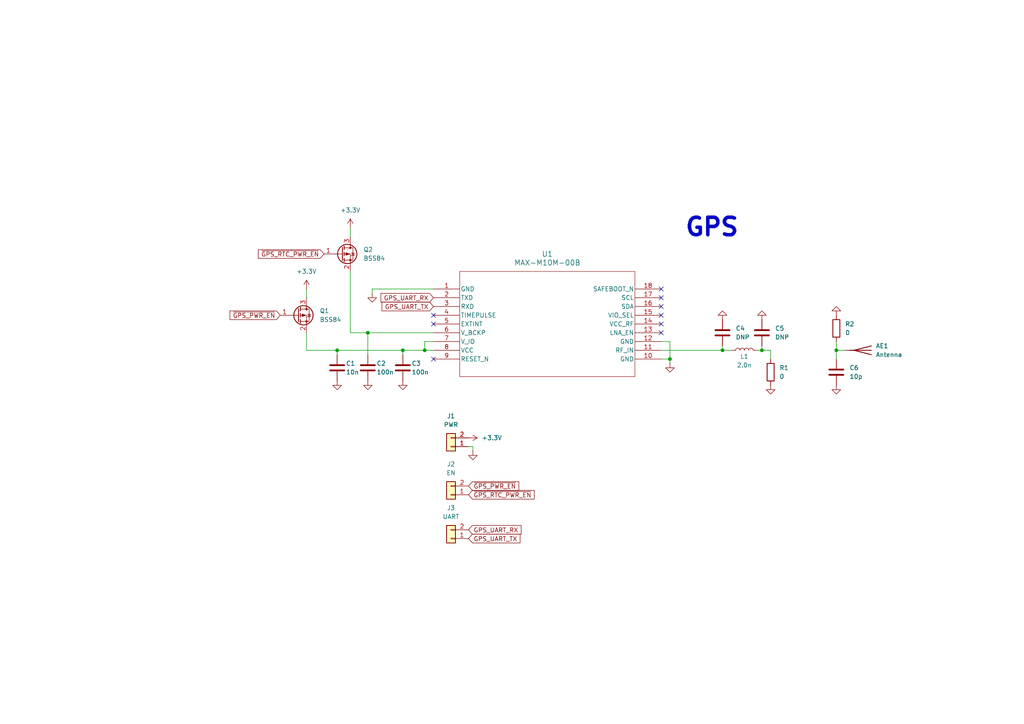
<source format=kicad_sch>
(kicad_sch (version 20231120) (generator "eeschema") (generator_version "8.0")
  (paper "A4")
  (lib_symbols
    (symbol "Connector_Generic:Conn_01x02" (pin_names (offset 1.016) hide)
      (property "Reference" "J" (at 0 2.54 0))
      (property "Value" "Conn_01x02" (at 0 -5.08 0))
      (symbol "Conn_01x02_1_1"
        (rectangle (start -1.27 -2.413) (end 0 -2.667) (stroke (width 0.1524)))
        (rectangle (start -1.27 0.127) (end 0 -0.127) (stroke (width 0.1524)))
        (rectangle (start -1.27 1.27) (end 1.27 -3.81) (stroke (width 0.254)) (fill (type background)))
        (pin passive line (at -5.08 0 0) (length 3.81) (name "Pin_1") (number "1"))
        (pin passive line (at -5.08 -2.54 0) (length 3.81) (name "Pin_2") (number "2"))
      )
    )
    (symbol "Device:Antenna" (pin_numbers hide) (pin_names (offset 1.016) hide)
      (property "Reference" "AE" (at -1.905 1.905 0))
      (property "Value" "Antenna" (at -1.905 0 0))
      (symbol "Antenna_0_1"
        (polyline (pts (xy 0 2.54) (xy 0 -3.81)) (stroke (width 0.254)))
        (polyline (pts (xy 1.27 2.54) (xy 0 -2.54) (xy -1.27 2.54)) (stroke (width 0.254)))
      )
      (symbol "Antenna_1_1"
        (pin input line (at 0 -5.08 90) (length 2.54) (name "A") (number "1"))
      )
    )
    (symbol "Device:C" (pin_numbers hide) (pin_names (offset 0.254))
      (property "Reference" "C" (at 0.635 2.54 0))
      (property "Value" "C" (at 0.635 -2.54 0))
      (symbol "C_0_1"
        (polyline (pts (xy -2.032 -0.762) (xy 2.032 -0.762)) (stroke (width 0.508)))
        (polyline (pts (xy -2.032 0.762) (xy 2.032 0.762)) (stroke (width 0.508)))
      )
      (symbol "C_1_1"
        (pin passive line (at 0 3.81 270) (length 2.794) (name "~") (number "1"))
        (pin passive line (at 0 -3.81 90) (length 2.794) (name "~") (number "2"))
      )
    )
    (symbol "Device:L" (pin_numbers hide) (pin_names (offset 1.016) hide)
      (property "Reference" "L" (at -1.27 0 90))
      (property "Value" "L" (at 1.905 0 90))
      (symbol "L_0_1"
        (arc (start 0 -2.54) (mid 0.6323 -1.905) (end 0 -1.27))
        (arc (start 0 -1.27) (mid 0.6323 -0.635) (end 0 0))
        (arc (start 0 0) (mid 0.6323 0.635) (end 0 1.27))
        (arc (start 0 1.27) (mid 0.6323 1.905) (end 0 2.54))
      )
      (symbol "L_1_1"
        (pin passive line (at 0 3.81 270) (length 1.27) (name "1") (number "1"))
        (pin passive line (at 0 -3.81 90) (length 1.27) (name "2") (number "2"))
      )
    )
    (symbol "Device:R" (pin_numbers hide) (pin_names (offset 0))
      (property "Reference" "R" (at 2.032 0 90))
      (property "Value" "R" (at 0 0 90))
      (symbol "R_0_1"
        (rectangle (start -1.016 -2.54) (end 1.016 2.54) (stroke (width 0.254)))
      )
      (symbol "R_1_1"
        (pin passive line (at 0 3.81 270) (length 1.27) (name "~") (number "1"))
        (pin passive line (at 0 -3.81 90) (length 1.27) (name "~") (number "2"))
      )
    )
    (symbol "MAX-M10M:MAX-M10M-00B" (pin_names (offset 0.254))
      (property "Reference" "U" (at 33.02 10.16 0))
      (property "Value" "MAX-M10M-00B" (at 33.02 7.62 0))
      (symbol "MAX-M10M-00B_0_1"
        (polyline (pts (xy 7.62 -25.4) (xy 58.42 -25.4)) (stroke (width 0.127)))
        (polyline (pts (xy 7.62 5.08) (xy 7.62 -25.4)) (stroke (width 0.127)))
        (polyline (pts (xy 58.42 -25.4) (xy 58.42 5.08)) (stroke (width 0.127)))
        (polyline (pts (xy 58.42 5.08) (xy 7.62 5.08)) (stroke (width 0.127)))
        (pin power_out line (at 0 0 0) (length 7.62) (name "GND") (number "1"))
        (pin power_out line (at 66.04 -20.32 180) (length 7.62) (name "GND") (number "10"))
        (pin input line (at 66.04 -17.78 180) (length 7.62) (name "RF_IN") (number "11"))
        (pin power_out line (at 66.04 -15.24 180) (length 7.62) (name "GND") (number "12"))
        (pin output line (at 66.04 -12.7 180) (length 7.62) (name "LNA_EN") (number "13"))
        (pin output line (at 66.04 -10.16 180) (length 7.62) (name "VCC_RF") (number "14"))
        (pin input line (at 66.04 -7.62 180) (length 7.62) (name "VIO_SEL") (number "15"))
        (pin bidirectional line (at 66.04 -5.08 180) (length 7.62) (name "SDA") (number "16"))
        (pin input line (at 66.04 -2.54 180) (length 7.62) (name "SCL") (number "17"))
        (pin input line (at 66.04 0 180) (length 7.62) (name "SAFEBOOT_N") (number "18"))
        (pin output line (at 0 -2.54 0) (length 7.62) (name "TXD") (number "2"))
        (pin input line (at 0 -5.08 0) (length 7.62) (name "RXD") (number "3"))
        (pin output line (at 0 -7.62 0) (length 7.62) (name "TIMEPULSE") (number "4"))
        (pin input line (at 0 -10.16 0) (length 7.62) (name "EXTINT") (number "5"))
        (pin power_in line (at 0 -12.7 0) (length 7.62) (name "V_BCKP") (number "6"))
        (pin power_in line (at 0 -15.24 0) (length 7.62) (name "V_IO") (number "7"))
        (pin power_in line (at 0 -17.78 0) (length 7.62) (name "VCC") (number "8"))
        (pin input line (at 0 -20.32 0) (length 7.62) (name "RESET_N") (number "9"))
      )
    )
    (symbol "Transistor_FET:BSS84" (pin_names hide)
      (property "Reference" "Q" (at 5.08 1.905 0))
      (property "Value" "BSS84" (at 5.08 0 0))
      (symbol "BSS84_0_1"
        (polyline (pts (xy 0.254 0) (xy -2.54 0)))
        (polyline (pts (xy 0.254 1.905) (xy 0.254 -1.905)) (stroke (width 0.254)))
        (polyline (pts (xy 0.762 -1.27) (xy 0.762 -2.286)) (stroke (width 0.254)))
        (polyline (pts (xy 0.762 0.508) (xy 0.762 -0.508)) (stroke (width 0.254)))
        (polyline (pts (xy 0.762 2.286) (xy 0.762 1.27)) (stroke (width 0.254)))
        (polyline (pts (xy 2.54 2.54) (xy 2.54 1.778)))
        (polyline (pts (xy 2.54 -2.54) (xy 2.54 0) (xy 0.762 0)))
        (polyline (pts (xy 0.762 1.778) (xy 3.302 1.778) (xy 3.302 -1.778) (xy 0.762 -1.778)))
        (polyline (pts (xy 2.286 0) (xy 1.27 0.381) (xy 1.27 -0.381) (xy 2.286 0)) (fill (type outline)))
        (polyline (pts (xy 2.794 -0.508) (xy 2.921 -0.381) (xy 3.683 -0.381) (xy 3.81 -0.254)))
        (polyline (pts (xy 3.302 -0.381) (xy 2.921 0.254) (xy 3.683 0.254) (xy 3.302 -0.381)))
        (circle (center 1.651 0) (radius 2.794) (stroke (width 0.254)))
        (circle (center 2.54 -1.778) (radius 0.254) (fill (type outline)))
        (circle (center 2.54 1.778) (radius 0.254) (fill (type outline)))
      )
      (symbol "BSS84_1_1"
        (pin input line (at -5.08 0 0) (length 2.54) (name "G") (number "1"))
        (pin passive line (at 2.54 -5.08 90) (length 2.54) (name "S") (number "2"))
        (pin passive line (at 2.54 5.08 270) (length 2.54) (name "D") (number "3"))
      )
    )
    (symbol "power:+3.3V" (power) (pin_numbers hide) (pin_names (offset 0) hide)
      (property "Value" "+3.3V" (at 0 3.556 0))
      (symbol "+3.3V_0_1"
        (polyline (pts (xy -0.762 1.27) (xy 0 2.54)))
        (polyline (pts (xy 0 0) (xy 0 2.54)))
        (polyline (pts (xy 0 2.54) (xy 0.762 1.27)))
      )
      (symbol "+3.3V_1_1"
        (pin power_in line (at 0 0 90) (length 0) (name "~") (number "1"))
      )
    )
    (symbol "power:GND" (power) (pin_numbers hide) (pin_names (offset 0) hide)
      (property "Value" "GND" (at 0 -3.81 0))
      (symbol "GND_0_1"
        (polyline (pts (xy 0 0) (xy 0 -1.27) (xy 1.27 -1.27) (xy 0 -2.54) (xy -1.27 -1.27) (xy 0 -1.27)))
      )
      (symbol "GND_1_1"
        (pin power_in line (at 0 0 270) (length 0) (name "~") (number "1"))
      )
    )
  )
  (junction (at 123.19 101.6))
  (junction (at 194.31 104.14))
  (junction (at 97.79 101.6))
  (junction (at 209.55 101.6))
  (junction (at 106.68 96.52))
  (junction (at 116.84 101.6))
  (junction (at 242.57 101.6))
  (junction (at 220.98 101.6))
  (no_connect (at 191.77 96.52))
  (no_connect (at 191.77 93.98))
  (no_connect (at 125.73 91.44))
  (no_connect (at 125.73 93.98))
  (no_connect (at 191.77 91.44))
  (no_connect (at 125.73 104.14))
  (no_connect (at 191.77 88.9))
  (no_connect (at 191.77 86.36))
  (no_connect (at 191.77 83.82))
  (wire (pts (xy 88.9 83.82) (xy 88.9 86.36)))
  (wire (pts (xy 116.84 101.6) (xy 123.19 101.6)))
  (wire (pts (xy 88.9 101.6) (xy 88.9 96.52)))
  (wire (pts (xy 191.77 99.06) (xy 194.31 99.06)))
  (wire (pts (xy 223.52 104.14) (xy 223.52 101.6)))
  (wire (pts (xy 191.77 104.14) (xy 194.31 104.14)))
  (wire (pts (xy 106.68 96.52) (xy 106.68 102.87)))
  (wire (pts (xy 106.68 96.52) (xy 101.6 96.52)))
  (wire (pts (xy 97.79 101.6) (xy 116.84 101.6)))
  (wire (pts (xy 125.73 99.06) (xy 123.19 99.06)))
  (wire (pts (xy 242.57 101.6) (xy 245.11 101.6)))
  (wire (pts (xy 123.19 99.06) (xy 123.19 101.6)))
  (wire (pts (xy 123.19 101.6) (xy 125.73 101.6)))
  (wire (pts (xy 135.89 129.54) (xy 137.16 129.54)))
  (wire (pts (xy 220.98 101.6) (xy 219.71 101.6)))
  (wire (pts (xy 242.57 104.14) (xy 242.57 101.6)))
  (wire (pts (xy 116.84 101.6) (xy 116.84 102.87)))
  (wire (pts (xy 97.79 101.6) (xy 97.79 102.87)))
  (wire (pts (xy 101.6 66.04) (xy 101.6 68.58)))
  (wire (pts (xy 191.77 101.6) (xy 209.55 101.6)))
  (wire (pts (xy 223.52 101.6) (xy 220.98 101.6)))
  (wire (pts (xy 212.09 101.6) (xy 209.55 101.6)))
  (wire (pts (xy 107.95 83.82) (xy 107.95 85.09)))
  (wire (pts (xy 194.31 105.41) (xy 194.31 104.14)))
  (wire (pts (xy 88.9 101.6) (xy 97.79 101.6)))
  (wire (pts (xy 137.16 129.54) (xy 137.16 130.81)))
  (wire (pts (xy 220.98 100.33) (xy 220.98 101.6)))
  (wire (pts (xy 125.73 96.52) (xy 106.68 96.52)))
  (wire (pts (xy 194.31 99.06) (xy 194.31 104.14)))
  (wire (pts (xy 209.55 101.6) (xy 209.55 100.33)))
  (wire (pts (xy 101.6 96.52) (xy 101.6 78.74)))
  (wire (pts (xy 242.57 99.06) (xy 242.57 101.6)))
  (wire (pts (xy 125.73 83.82) (xy 107.95 83.82)))
  (text "GPS\n" (at 206.502 66.04 0) (effects (font (size 5.08 5.08) (bold yes))))
  (global_label "GPS_UART_TX" (shape input) (at 135.89 156.21 0) (property "Intersheetrefs" "${INTERSHEET_REFS}" (effects (hide yes))))
  (global_label "GPS_UART_RX" (shape input) (at 125.73 86.36 180) (property "Intersheetrefs" "${INTERSHEET_REFS}" (effects (hide yes))))
  (global_label "~{GPS_RTC_PWR_EN}" (shape input) (at 93.98 73.66 180) (property "Intersheetrefs" "${INTERSHEET_REFS}" (effects (hide yes))))
  (global_label "~{GPS_PWR_EN}" (shape input) (at 135.89 140.97 0) (property "Intersheetrefs" "${INTERSHEET_REFS}" (effects (hide yes))))
  (global_label "GPS_UART_TX" (shape input) (at 125.73 88.9 180) (property "Intersheetrefs" "${INTERSHEET_REFS}" (effects (hide yes))))
  (global_label "GPS_UART_RX" (shape input) (at 135.89 153.67 0) (property "Intersheetrefs" "${INTERSHEET_REFS}" (effects (hide yes))))
  (global_label "~{GPS_PWR_EN}" (shape input) (at 81.28 91.44 180) (property "Intersheetrefs" "${INTERSHEET_REFS}" (effects (hide yes))))
  (global_label "~{GPS_RTC_PWR_EN}" (shape input) (at 135.89 143.51 0) (property "Intersheetrefs" "${INTERSHEET_REFS}" (effects (hide yes))))
  (symbol (lib_id "power:GND") (at 107.95 85.09 0) (unit 1)
    (property "Reference" "#PWR05" (effects (hide yes)))
    (property "Value" "GND" (effects (hide yes)))
    (property "Description" "Power symbol creates a global label with name \"GND\" , ground" (effects (hide yes)))
  )
  (symbol (lib_id "power:GND") (at 223.52 111.76 0) (unit 1)
    (property "Reference" "#PWR010" (effects (hide yes)))
    (property "Value" "GND" (effects (hide yes)))
    (property "Description" "Power symbol creates a global label with name \"GND\" , ground" (effects (hide yes)))
  )
  (symbol (lib_id "Transistor_FET:BSS84") (at 86.36 91.44 0) (unit 1)
    (property "Reference" "Q1" (at 92.71 90.1699 0) (effects (justify left)))
    (property "Value" "BSS84" (at 92.71 92.7099 0) (effects (justify left)))
    (property "Footprint" "Package_TO_SOT_SMD:SOT-23" (effects (hide yes)))
    (property "Datasheet" "http://assets.nexperia.com/documents/data-sheet/BSS84.pdf" (effects (hide yes)))
    (property "Description" "-0.13A Id, -50V Vds, P-Channel MOSFET, SOT-23" (effects (hide yes)))
  )
  (symbol (lib_id "Device:C") (at 220.98 96.52 0) (unit 1)
    (property "Reference" "C5" (at 224.79 95.2499 0) (effects (justify left)))
    (property "Value" "DNP" (at 224.79 97.7899 0) (effects (justify left)))
    (property "Footprint" "Capacitor_SMD:C_0603_1608Metric" (effects (hide yes)))
    (property "Description" "Unpolarized capacitor" (effects (hide yes)))
  )
  (symbol (lib_id "Device:R") (at 223.52 107.95 0) (unit 1)
    (property "Reference" "R1" (at 226.06 106.6799 0) (effects (justify left)))
    (property "Value" "0" (at 226.06 109.2199 0) (effects (justify left)))
    (property "Footprint" "Resistor_SMD:R_0603_1608Metric" (effects (hide yes)))
    (property "Description" "Resistor" (effects (hide yes)))
  )
  (symbol (lib_id "Device:C") (at 97.79 106.68 0) (unit 1)
    (property "Reference" "C1" (at 100.33 105.41 0) (effects (justify left)))
    (property "Value" "10n" (at 100.33 107.95 0) (effects (justify left)))
    (property "Footprint" "Capacitor_SMD:C_0402_1005Metric" (effects (hide yes)))
    (property "Description" "Unpolarized capacitor" (effects (hide yes)))
  )
  (symbol (lib_id "Device:C") (at 242.57 107.95 0) (unit 1)
    (property "Reference" "C6" (at 246.38 106.6799 0) (effects (justify left)))
    (property "Value" "10p" (at 246.38 109.2199 0) (effects (justify left)))
    (property "Footprint" "Capacitor_SMD:C_0603_1608Metric" (effects (hide yes)))
    (property "Description" "Unpolarized capacitor" (effects (hide yes)))
  )
  (symbol (lib_id "Connector_Generic:Conn_01x02") (at 130.81 143.51 180) (unit 1)
    (property "Reference" "J2" (at 130.81 134.62 0))
    (property "Value" "EN" (at 130.81 137.16 0))
    (property "Footprint" "Connector_PinHeader_2.54mm:PinHeader_1x02_P2.54mm_Vertical" (effects (hide yes)))
    (property "Description" "Generic connector, single row, 01x02, script generated (kicad-library-utils/schlib/autogen/connector/)" (effects (hide yes)))
  )
  (symbol (lib_id "Device:L") (at 215.9 101.6 270) (mirror x) (unit 1)
    (property "Reference" "L1" (at 215.9 103.378 90))
    (property "Value" "2.0n" (at 215.9 105.918 90))
    (property "Footprint" "Inductor_SMD:L_0603_1608Metric" (effects (hide yes)))
    (property "Description" "Inductor" (effects (hide yes)))
  )
  (symbol (lib_id "Connector_Generic:Conn_01x02") (at 130.81 129.54 180) (unit 1)
    (property "Reference" "J1" (at 130.81 120.65 0))
    (property "Value" "PWR" (at 130.81 123.19 0))
    (property "Footprint" "Connector_PinHeader_2.54mm:PinHeader_1x02_P2.54mm_Vertical" (effects (hide yes)))
    (property "Description" "Generic connector, single row, 01x02, script generated (kicad-library-utils/schlib/autogen/connector/)" (effects (hide yes)))
  )
  (symbol (lib_id "Device:C") (at 209.55 96.52 0) (unit 1)
    (property "Reference" "C4" (at 213.36 95.2499 0) (effects (justify left)))
    (property "Value" "DNP" (at 213.36 97.7899 0) (effects (justify left)))
    (property "Footprint" "Capacitor_SMD:C_0603_1608Metric" (effects (hide yes)))
    (property "Description" "Unpolarized capacitor" (effects (hide yes)))
  )
  (symbol (lib_id "Device:C") (at 116.84 106.68 0) (unit 1)
    (property "Reference" "C3" (at 119.38 105.41 0) (effects (justify left)))
    (property "Value" "100n" (at 119.38 107.95 0) (effects (justify left)))
    (property "Footprint" "Capacitor_SMD:C_0402_1005Metric" (effects (hide yes)))
    (property "Description" "Unpolarized capacitor" (effects (hide yes)))
  )
  (symbol (lib_id "power:GND") (at 220.98 92.71 180) (unit 1)
    (property "Reference" "#PWR012" (effects (hide yes)))
    (property "Value" "GND" (effects (hide yes)))
    (property "Description" "Power symbol creates a global label with name \"GND\" , ground" (effects (hide yes)))
  )
  (symbol (lib_id "power:+3.3V") (at 135.89 127 270) (unit 1)
    (property "Reference" "#PWR08" (effects (hide yes)))
    (property "Value" "+3.3V" (at 139.7 126.9999 90) (effects (justify left)))
    (property "Description" "Power symbol creates a global label with name \"+3.3V\"" (effects (hide yes)))
  )
  (symbol (lib_id "Device:R") (at 242.57 95.25 0) (unit 1)
    (property "Reference" "R2" (at 245.11 93.9799 0) (effects (justify left)))
    (property "Value" "0" (at 245.11 96.5199 0) (effects (justify left)))
    (property "Footprint" "Resistor_SMD:R_0603_1608Metric" (effects (hide yes)))
    (property "Description" "Resistor" (effects (hide yes)))
  )
  (symbol (lib_id "power:GND") (at 97.79 110.49 0) (unit 1)
    (property "Reference" "#PWR02" (effects (hide yes)))
    (property "Value" "GND" (effects (hide yes)))
    (property "Description" "Power symbol creates a global label with name \"GND\" , ground" (effects (hide yes)))
  )
  (symbol (lib_id "power:+3.3V") (at 101.6 66.04 0) (unit 1)
    (property "Reference" "#PWR03" (effects (hide yes)))
    (property "Value" "+3.3V" (at 101.6 60.96 0))
    (property "Description" "Power symbol creates a global label with name \"+3.3V\"" (effects (hide yes)))
  )
  (symbol (lib_id "power:GND") (at 137.16 130.81 0) (unit 1)
    (property "Reference" "#PWR09" (effects (hide yes)))
    (property "Value" "GND" (effects (hide yes)))
    (property "Description" "Power symbol creates a global label with name \"GND\" , ground" (effects (hide yes)))
  )
  (symbol (lib_id "power:GND") (at 194.31 105.41 0) (unit 1)
    (property "Reference" "#PWR07" (effects (hide yes)))
    (property "Value" "GND" (effects (hide yes)))
    (property "Description" "Power symbol creates a global label with name \"GND\" , ground" (effects (hide yes)))
  )
  (symbol (lib_id "power:GND") (at 242.57 91.44 180) (unit 1)
    (property "Reference" "#PWR013" (effects (hide yes)))
    (property "Value" "GND" (effects (hide yes)))
    (property "Description" "Power symbol creates a global label with name \"GND\" , ground" (effects (hide yes)))
  )
  (symbol (lib_id "power:GND") (at 242.57 111.76 0) (unit 1)
    (property "Reference" "#PWR014" (effects (hide yes)))
    (property "Value" "GND" (effects (hide yes)))
    (property "Description" "Power symbol creates a global label with name \"GND\" , ground" (effects (hide yes)))
  )
  (symbol (lib_id "power:GND") (at 106.68 110.49 0) (unit 1)
    (property "Reference" "#PWR04" (effects (hide yes)))
    (property "Value" "GND" (effects (hide yes)))
    (property "Description" "Power symbol creates a global label with name \"GND\" , ground" (effects (hide yes)))
  )
  (symbol (lib_id "power:GND") (at 116.84 110.49 0) (unit 1)
    (property "Reference" "#PWR06" (effects (hide yes)))
    (property "Value" "GND" (effects (hide yes)))
    (property "Description" "Power symbol creates a global label with name \"GND\" , ground" (effects (hide yes)))
  )
  (symbol (lib_id "power:GND") (at 209.55 92.71 180) (unit 1)
    (property "Reference" "#PWR011" (effects (hide yes)))
    (property "Value" "GND" (effects (hide yes)))
    (property "Description" "Power symbol creates a global label with name \"GND\" , ground" (effects (hide yes)))
  )
  (symbol (lib_id "Connector_Generic:Conn_01x02") (at 130.81 156.21 180) (unit 1)
    (property "Reference" "J3" (at 130.81 147.32 0))
    (property "Value" "UART" (at 130.81 149.86 0))
    (property "Footprint" "Connector_PinHeader_2.54mm:PinHeader_1x02_P2.54mm_Vertical" (effects (hide yes)))
    (property "Description" "Generic connector, single row, 01x02, script generated (kicad-library-utils/schlib/autogen/connector/)" (effects (hide yes)))
  )
  (symbol (lib_id "MAX-M10M:MAX-M10M-00B") (at 125.73 83.82 0) (unit 1)
    (property "Reference" "U1" (at 158.75 73.66 0) (effects (font (size 1.524 1.524))))
    (property "Value" "MAX-M10M-00B" (at 158.75 76.2 0) (effects (font (size 1.524 1.524))))
    (property "Footprint" "PicoAPRS Custom Parts:MOD18_MAX-M10M_UBL" (effects (hide yes)))
    (property "Datasheet" "MAX-M10M-00B" (effects (hide yes)))
  )
  (symbol (lib_id "Device:C") (at 106.68 106.68 0) (unit 1)
    (property "Reference" "C2" (at 109.22 105.41 0) (effects (justify left)))
    (property "Value" "100n" (at 109.22 107.95 0) (effects (justify left)))
    (property "Footprint" "Capacitor_SMD:C_0402_1005Metric" (effects (hide yes)))
    (property "Description" "Unpolarized capacitor" (effects (hide yes)))
  )
  (symbol (lib_id "Device:Antenna") (at 250.19 101.6 270) (unit 1)
    (property "Reference" "AE1" (at 254 100.3299 90) (effects (justify left)))
    (property "Value" "Antenna" (at 254 102.8699 90) (effects (justify left)))
    (property "Footprint" "PicoAPRS-CustomFootprints:AC30157-01 GNSS Ceramic Chip" (effects (hide yes)))
    (property "Description" "Antenna" (effects (hide yes)))
  )
  (symbol (lib_id "power:+3.3V") (at 88.9 83.82 0) (unit 1)
    (property "Reference" "#PWR01" (effects (hide yes)))
    (property "Value" "+3.3V" (at 88.9 78.74 0))
    (property "Description" "Power symbol creates a global label with name \"+3.3V\"" (effects (hide yes)))
  )
  (symbol (lib_id "Transistor_FET:BSS84") (at 99.06 73.66 0) (unit 1)
    (property "Reference" "Q2" (at 105.41 72.3899 0) (effects (justify left)))
    (property "Value" "BSS84" (at 105.41 74.9299 0) (effects (justify left)))
    (property "Footprint" "Package_TO_SOT_SMD:SOT-23" (effects (hide yes)))
    (property "Datasheet" "http://assets.nexperia.com/documents/data-sheet/BSS84.pdf" (effects (hide yes)))
    (property "Description" "-0.13A Id, -50V Vds, P-Channel MOSFET, SOT-23" (effects (hide yes)))
  )
)
</source>
